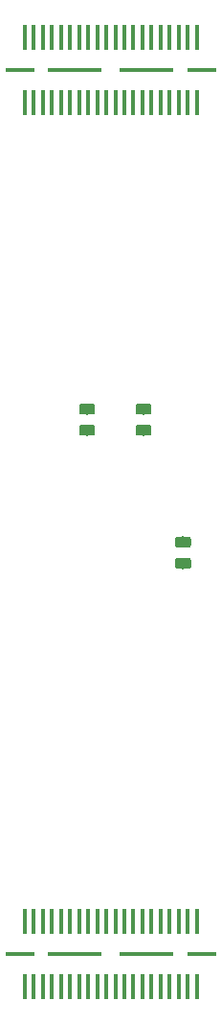
<source format=gbr>
G04 #@! TF.GenerationSoftware,KiCad,Pcbnew,5.0.2-bee76a0~70~ubuntu18.04.1*
G04 #@! TF.CreationDate,2019-05-09T10:06:34+02:00*
G04 #@! TF.ProjectId,stm32f205,73746d33-3266-4323-9035-2e6b69636164,rev?*
G04 #@! TF.SameCoordinates,Original*
G04 #@! TF.FileFunction,Paste,Bot*
G04 #@! TF.FilePolarity,Positive*
%FSLAX46Y46*%
G04 Gerber Fmt 4.6, Leading zero omitted, Abs format (unit mm)*
G04 Created by KiCad (PCBNEW 5.0.2-bee76a0~70~ubuntu18.04.1) date jeu. 09 mai 2019 10:06:34 CEST*
%MOMM*%
%LPD*%
G01*
G04 APERTURE LIST*
%ADD10C,0.100000*%
%ADD11C,0.975000*%
%ADD12R,4.700000X0.430000*%
%ADD13R,2.540000X0.430000*%
%ADD14R,0.410000X2.270000*%
G04 APERTURE END LIST*
D10*
G04 #@! TO.C,C2*
G36*
X110131159Y-96212201D02*
X110154820Y-96215711D01*
X110178024Y-96221523D01*
X110200546Y-96229581D01*
X110222170Y-96239809D01*
X110242687Y-96252106D01*
X110261900Y-96266356D01*
X110279624Y-96282420D01*
X110295688Y-96300144D01*
X110309938Y-96319357D01*
X110322235Y-96339874D01*
X110332463Y-96361498D01*
X110340521Y-96384020D01*
X110346333Y-96407224D01*
X110349843Y-96430885D01*
X110351017Y-96454777D01*
X110351017Y-96942277D01*
X110349843Y-96966169D01*
X110346333Y-96989830D01*
X110340521Y-97013034D01*
X110332463Y-97035556D01*
X110322235Y-97057180D01*
X110309938Y-97077697D01*
X110295688Y-97096910D01*
X110279624Y-97114634D01*
X110261900Y-97130698D01*
X110242687Y-97144948D01*
X110222170Y-97157245D01*
X110200546Y-97167473D01*
X110178024Y-97175531D01*
X110154820Y-97181343D01*
X110131159Y-97184853D01*
X110107267Y-97186027D01*
X109194767Y-97186027D01*
X109170875Y-97184853D01*
X109147214Y-97181343D01*
X109124010Y-97175531D01*
X109101488Y-97167473D01*
X109079864Y-97157245D01*
X109059347Y-97144948D01*
X109040134Y-97130698D01*
X109022410Y-97114634D01*
X109006346Y-97096910D01*
X108992096Y-97077697D01*
X108979799Y-97057180D01*
X108969571Y-97035556D01*
X108961513Y-97013034D01*
X108955701Y-96989830D01*
X108952191Y-96966169D01*
X108951017Y-96942277D01*
X108951017Y-96454777D01*
X108952191Y-96430885D01*
X108955701Y-96407224D01*
X108961513Y-96384020D01*
X108969571Y-96361498D01*
X108979799Y-96339874D01*
X108992096Y-96319357D01*
X109006346Y-96300144D01*
X109022410Y-96282420D01*
X109040134Y-96266356D01*
X109059347Y-96252106D01*
X109079864Y-96239809D01*
X109101488Y-96229581D01*
X109124010Y-96221523D01*
X109147214Y-96215711D01*
X109170875Y-96212201D01*
X109194767Y-96211027D01*
X110107267Y-96211027D01*
X110131159Y-96212201D01*
X110131159Y-96212201D01*
G37*
D11*
X109651017Y-96698527D03*
D10*
G36*
X110131159Y-94337201D02*
X110154820Y-94340711D01*
X110178024Y-94346523D01*
X110200546Y-94354581D01*
X110222170Y-94364809D01*
X110242687Y-94377106D01*
X110261900Y-94391356D01*
X110279624Y-94407420D01*
X110295688Y-94425144D01*
X110309938Y-94444357D01*
X110322235Y-94464874D01*
X110332463Y-94486498D01*
X110340521Y-94509020D01*
X110346333Y-94532224D01*
X110349843Y-94555885D01*
X110351017Y-94579777D01*
X110351017Y-95067277D01*
X110349843Y-95091169D01*
X110346333Y-95114830D01*
X110340521Y-95138034D01*
X110332463Y-95160556D01*
X110322235Y-95182180D01*
X110309938Y-95202697D01*
X110295688Y-95221910D01*
X110279624Y-95239634D01*
X110261900Y-95255698D01*
X110242687Y-95269948D01*
X110222170Y-95282245D01*
X110200546Y-95292473D01*
X110178024Y-95300531D01*
X110154820Y-95306343D01*
X110131159Y-95309853D01*
X110107267Y-95311027D01*
X109194767Y-95311027D01*
X109170875Y-95309853D01*
X109147214Y-95306343D01*
X109124010Y-95300531D01*
X109101488Y-95292473D01*
X109079864Y-95282245D01*
X109059347Y-95269948D01*
X109040134Y-95255698D01*
X109022410Y-95239634D01*
X109006346Y-95221910D01*
X108992096Y-95202697D01*
X108979799Y-95182180D01*
X108969571Y-95160556D01*
X108961513Y-95138034D01*
X108955701Y-95114830D01*
X108952191Y-95091169D01*
X108951017Y-95067277D01*
X108951017Y-94579777D01*
X108952191Y-94555885D01*
X108955701Y-94532224D01*
X108961513Y-94509020D01*
X108969571Y-94486498D01*
X108979799Y-94464874D01*
X108992096Y-94444357D01*
X109006346Y-94425144D01*
X109022410Y-94407420D01*
X109040134Y-94391356D01*
X109059347Y-94377106D01*
X109079864Y-94364809D01*
X109101488Y-94354581D01*
X109124010Y-94346523D01*
X109147214Y-94340711D01*
X109170875Y-94337201D01*
X109194767Y-94336027D01*
X110107267Y-94336027D01*
X110131159Y-94337201D01*
X110131159Y-94337201D01*
G37*
D11*
X109651017Y-94823527D03*
G04 #@! TD*
D10*
G04 #@! TO.C,C3*
G36*
X115131159Y-94337201D02*
X115154820Y-94340711D01*
X115178024Y-94346523D01*
X115200546Y-94354581D01*
X115222170Y-94364809D01*
X115242687Y-94377106D01*
X115261900Y-94391356D01*
X115279624Y-94407420D01*
X115295688Y-94425144D01*
X115309938Y-94444357D01*
X115322235Y-94464874D01*
X115332463Y-94486498D01*
X115340521Y-94509020D01*
X115346333Y-94532224D01*
X115349843Y-94555885D01*
X115351017Y-94579777D01*
X115351017Y-95067277D01*
X115349843Y-95091169D01*
X115346333Y-95114830D01*
X115340521Y-95138034D01*
X115332463Y-95160556D01*
X115322235Y-95182180D01*
X115309938Y-95202697D01*
X115295688Y-95221910D01*
X115279624Y-95239634D01*
X115261900Y-95255698D01*
X115242687Y-95269948D01*
X115222170Y-95282245D01*
X115200546Y-95292473D01*
X115178024Y-95300531D01*
X115154820Y-95306343D01*
X115131159Y-95309853D01*
X115107267Y-95311027D01*
X114194767Y-95311027D01*
X114170875Y-95309853D01*
X114147214Y-95306343D01*
X114124010Y-95300531D01*
X114101488Y-95292473D01*
X114079864Y-95282245D01*
X114059347Y-95269948D01*
X114040134Y-95255698D01*
X114022410Y-95239634D01*
X114006346Y-95221910D01*
X113992096Y-95202697D01*
X113979799Y-95182180D01*
X113969571Y-95160556D01*
X113961513Y-95138034D01*
X113955701Y-95114830D01*
X113952191Y-95091169D01*
X113951017Y-95067277D01*
X113951017Y-94579777D01*
X113952191Y-94555885D01*
X113955701Y-94532224D01*
X113961513Y-94509020D01*
X113969571Y-94486498D01*
X113979799Y-94464874D01*
X113992096Y-94444357D01*
X114006346Y-94425144D01*
X114022410Y-94407420D01*
X114040134Y-94391356D01*
X114059347Y-94377106D01*
X114079864Y-94364809D01*
X114101488Y-94354581D01*
X114124010Y-94346523D01*
X114147214Y-94340711D01*
X114170875Y-94337201D01*
X114194767Y-94336027D01*
X115107267Y-94336027D01*
X115131159Y-94337201D01*
X115131159Y-94337201D01*
G37*
D11*
X114651017Y-94823527D03*
D10*
G36*
X115131159Y-96212201D02*
X115154820Y-96215711D01*
X115178024Y-96221523D01*
X115200546Y-96229581D01*
X115222170Y-96239809D01*
X115242687Y-96252106D01*
X115261900Y-96266356D01*
X115279624Y-96282420D01*
X115295688Y-96300144D01*
X115309938Y-96319357D01*
X115322235Y-96339874D01*
X115332463Y-96361498D01*
X115340521Y-96384020D01*
X115346333Y-96407224D01*
X115349843Y-96430885D01*
X115351017Y-96454777D01*
X115351017Y-96942277D01*
X115349843Y-96966169D01*
X115346333Y-96989830D01*
X115340521Y-97013034D01*
X115332463Y-97035556D01*
X115322235Y-97057180D01*
X115309938Y-97077697D01*
X115295688Y-97096910D01*
X115279624Y-97114634D01*
X115261900Y-97130698D01*
X115242687Y-97144948D01*
X115222170Y-97157245D01*
X115200546Y-97167473D01*
X115178024Y-97175531D01*
X115154820Y-97181343D01*
X115131159Y-97184853D01*
X115107267Y-97186027D01*
X114194767Y-97186027D01*
X114170875Y-97184853D01*
X114147214Y-97181343D01*
X114124010Y-97175531D01*
X114101488Y-97167473D01*
X114079864Y-97157245D01*
X114059347Y-97144948D01*
X114040134Y-97130698D01*
X114022410Y-97114634D01*
X114006346Y-97096910D01*
X113992096Y-97077697D01*
X113979799Y-97057180D01*
X113969571Y-97035556D01*
X113961513Y-97013034D01*
X113955701Y-96989830D01*
X113952191Y-96966169D01*
X113951017Y-96942277D01*
X113951017Y-96454777D01*
X113952191Y-96430885D01*
X113955701Y-96407224D01*
X113961513Y-96384020D01*
X113969571Y-96361498D01*
X113979799Y-96339874D01*
X113992096Y-96319357D01*
X114006346Y-96300144D01*
X114022410Y-96282420D01*
X114040134Y-96266356D01*
X114059347Y-96252106D01*
X114079864Y-96239809D01*
X114101488Y-96229581D01*
X114124010Y-96221523D01*
X114147214Y-96215711D01*
X114170875Y-96212201D01*
X114194767Y-96211027D01*
X115107267Y-96211027D01*
X115131159Y-96212201D01*
X115131159Y-96212201D01*
G37*
D11*
X114651017Y-96698527D03*
G04 #@! TD*
D10*
G04 #@! TO.C,C1*
G36*
X118631159Y-107962201D02*
X118654820Y-107965711D01*
X118678024Y-107971523D01*
X118700546Y-107979581D01*
X118722170Y-107989809D01*
X118742687Y-108002106D01*
X118761900Y-108016356D01*
X118779624Y-108032420D01*
X118795688Y-108050144D01*
X118809938Y-108069357D01*
X118822235Y-108089874D01*
X118832463Y-108111498D01*
X118840521Y-108134020D01*
X118846333Y-108157224D01*
X118849843Y-108180885D01*
X118851017Y-108204777D01*
X118851017Y-108692277D01*
X118849843Y-108716169D01*
X118846333Y-108739830D01*
X118840521Y-108763034D01*
X118832463Y-108785556D01*
X118822235Y-108807180D01*
X118809938Y-108827697D01*
X118795688Y-108846910D01*
X118779624Y-108864634D01*
X118761900Y-108880698D01*
X118742687Y-108894948D01*
X118722170Y-108907245D01*
X118700546Y-108917473D01*
X118678024Y-108925531D01*
X118654820Y-108931343D01*
X118631159Y-108934853D01*
X118607267Y-108936027D01*
X117694767Y-108936027D01*
X117670875Y-108934853D01*
X117647214Y-108931343D01*
X117624010Y-108925531D01*
X117601488Y-108917473D01*
X117579864Y-108907245D01*
X117559347Y-108894948D01*
X117540134Y-108880698D01*
X117522410Y-108864634D01*
X117506346Y-108846910D01*
X117492096Y-108827697D01*
X117479799Y-108807180D01*
X117469571Y-108785556D01*
X117461513Y-108763034D01*
X117455701Y-108739830D01*
X117452191Y-108716169D01*
X117451017Y-108692277D01*
X117451017Y-108204777D01*
X117452191Y-108180885D01*
X117455701Y-108157224D01*
X117461513Y-108134020D01*
X117469571Y-108111498D01*
X117479799Y-108089874D01*
X117492096Y-108069357D01*
X117506346Y-108050144D01*
X117522410Y-108032420D01*
X117540134Y-108016356D01*
X117559347Y-108002106D01*
X117579864Y-107989809D01*
X117601488Y-107979581D01*
X117624010Y-107971523D01*
X117647214Y-107965711D01*
X117670875Y-107962201D01*
X117694767Y-107961027D01*
X118607267Y-107961027D01*
X118631159Y-107962201D01*
X118631159Y-107962201D01*
G37*
D11*
X118151017Y-108448527D03*
D10*
G36*
X118631159Y-106087201D02*
X118654820Y-106090711D01*
X118678024Y-106096523D01*
X118700546Y-106104581D01*
X118722170Y-106114809D01*
X118742687Y-106127106D01*
X118761900Y-106141356D01*
X118779624Y-106157420D01*
X118795688Y-106175144D01*
X118809938Y-106194357D01*
X118822235Y-106214874D01*
X118832463Y-106236498D01*
X118840521Y-106259020D01*
X118846333Y-106282224D01*
X118849843Y-106305885D01*
X118851017Y-106329777D01*
X118851017Y-106817277D01*
X118849843Y-106841169D01*
X118846333Y-106864830D01*
X118840521Y-106888034D01*
X118832463Y-106910556D01*
X118822235Y-106932180D01*
X118809938Y-106952697D01*
X118795688Y-106971910D01*
X118779624Y-106989634D01*
X118761900Y-107005698D01*
X118742687Y-107019948D01*
X118722170Y-107032245D01*
X118700546Y-107042473D01*
X118678024Y-107050531D01*
X118654820Y-107056343D01*
X118631159Y-107059853D01*
X118607267Y-107061027D01*
X117694767Y-107061027D01*
X117670875Y-107059853D01*
X117647214Y-107056343D01*
X117624010Y-107050531D01*
X117601488Y-107042473D01*
X117579864Y-107032245D01*
X117559347Y-107019948D01*
X117540134Y-107005698D01*
X117522410Y-106989634D01*
X117506346Y-106971910D01*
X117492096Y-106952697D01*
X117479799Y-106932180D01*
X117469571Y-106910556D01*
X117461513Y-106888034D01*
X117455701Y-106864830D01*
X117452191Y-106841169D01*
X117451017Y-106817277D01*
X117451017Y-106329777D01*
X117452191Y-106305885D01*
X117455701Y-106282224D01*
X117461513Y-106259020D01*
X117469571Y-106236498D01*
X117479799Y-106214874D01*
X117492096Y-106194357D01*
X117506346Y-106175144D01*
X117522410Y-106157420D01*
X117540134Y-106141356D01*
X117559347Y-106127106D01*
X117579864Y-106114809D01*
X117601488Y-106104581D01*
X117624010Y-106096523D01*
X117647214Y-106090711D01*
X117670875Y-106087201D01*
X117694767Y-106086027D01*
X118607267Y-106086027D01*
X118631159Y-106087201D01*
X118631159Y-106087201D01*
G37*
D11*
X118151017Y-106573527D03*
G04 #@! TD*
D12*
G04 #@! TO.C,P2*
X108576017Y-64876027D03*
X114926017Y-64876027D03*
D13*
X103686017Y-64876027D03*
D14*
X104951017Y-62011027D03*
X106551017Y-62011027D03*
X105751017Y-62011027D03*
X104151017Y-62011027D03*
X107351017Y-62011027D03*
X105751017Y-67741027D03*
X106551017Y-67741027D03*
X107351017Y-67741027D03*
X104951017Y-67741027D03*
X104151017Y-67741027D03*
D13*
X119816017Y-64876027D03*
D14*
X112951017Y-62011027D03*
X109751017Y-62011027D03*
X114551017Y-62011027D03*
X117751017Y-62011027D03*
X112151017Y-62011027D03*
X119351017Y-62011027D03*
X110551017Y-62011027D03*
X115351017Y-62011027D03*
X113751017Y-62011027D03*
X118551017Y-62011027D03*
X111351017Y-62011027D03*
X116951017Y-62011027D03*
X108951017Y-62011027D03*
X108151017Y-62011027D03*
X116151017Y-62011027D03*
X108951017Y-67741027D03*
X110551017Y-67741027D03*
X108151017Y-67741027D03*
X111351017Y-67741027D03*
X109751017Y-67741027D03*
X113751017Y-67741027D03*
X115351017Y-67741027D03*
X114551017Y-67741027D03*
X112951017Y-67741027D03*
X112151017Y-67741027D03*
X116151017Y-67741027D03*
X117751017Y-67741027D03*
X116951017Y-67741027D03*
X119351017Y-67741027D03*
X118551017Y-67741027D03*
G04 #@! TD*
D12*
G04 #@! TO.C,P1*
X108576017Y-142976027D03*
X114926017Y-142976027D03*
D13*
X103686017Y-142976027D03*
D14*
X104951017Y-140111027D03*
X106551017Y-140111027D03*
X105751017Y-140111027D03*
X104151017Y-140111027D03*
X107351017Y-140111027D03*
X105751017Y-145841027D03*
X106551017Y-145841027D03*
X107351017Y-145841027D03*
X104951017Y-145841027D03*
X104151017Y-145841027D03*
D13*
X119816017Y-142976027D03*
D14*
X112951017Y-140111027D03*
X109751017Y-140111027D03*
X114551017Y-140111027D03*
X117751017Y-140111027D03*
X112151017Y-140111027D03*
X119351017Y-140111027D03*
X110551017Y-140111027D03*
X115351017Y-140111027D03*
X113751017Y-140111027D03*
X118551017Y-140111027D03*
X111351017Y-140111027D03*
X116951017Y-140111027D03*
X108951017Y-140111027D03*
X108151017Y-140111027D03*
X116151017Y-140111027D03*
X108951017Y-145841027D03*
X110551017Y-145841027D03*
X108151017Y-145841027D03*
X111351017Y-145841027D03*
X109751017Y-145841027D03*
X113751017Y-145841027D03*
X115351017Y-145841027D03*
X114551017Y-145841027D03*
X112951017Y-145841027D03*
X112151017Y-145841027D03*
X116151017Y-145841027D03*
X117751017Y-145841027D03*
X116951017Y-145841027D03*
X119351017Y-145841027D03*
X118551017Y-145841027D03*
G04 #@! TD*
M02*

</source>
